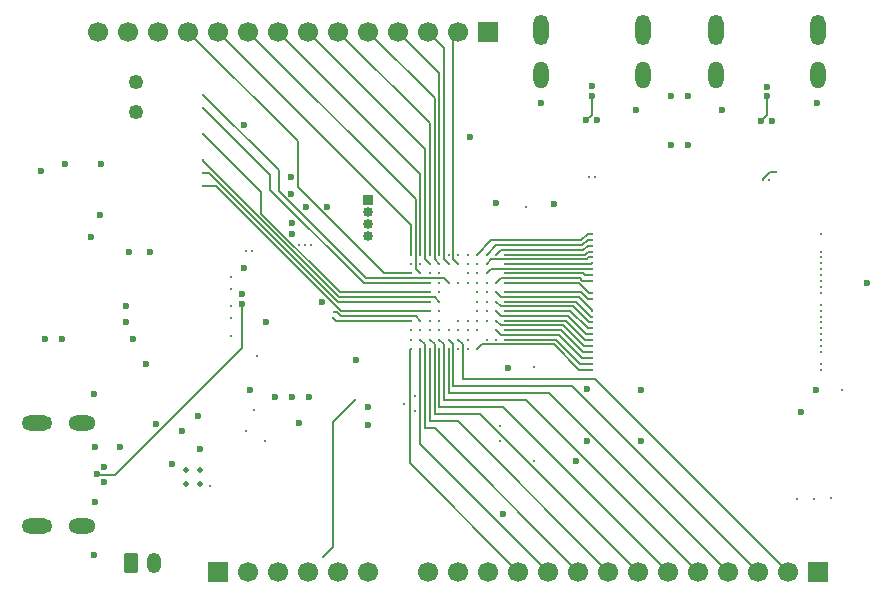
<source format=gbr>
%TF.GenerationSoftware,KiCad,Pcbnew,9.0.3*%
%TF.CreationDate,2025-10-10T02:39:33-04:00*%
%TF.ProjectId,sbc,7362632e-6b69-4636-9164-5f7063625858,rev?*%
%TF.SameCoordinates,Original*%
%TF.FileFunction,Copper,L3,Inr*%
%TF.FilePolarity,Positive*%
%FSLAX46Y46*%
G04 Gerber Fmt 4.6, Leading zero omitted, Abs format (unit mm)*
G04 Created by KiCad (PCBNEW 9.0.3) date 2025-10-10 02:39:33*
%MOMM*%
%LPD*%
G01*
G04 APERTURE LIST*
G04 Aperture macros list*
%AMRoundRect*
0 Rectangle with rounded corners*
0 $1 Rounding radius*
0 $2 $3 $4 $5 $6 $7 $8 $9 X,Y pos of 4 corners*
0 Add a 4 corners polygon primitive as box body*
4,1,4,$2,$3,$4,$5,$6,$7,$8,$9,$2,$3,0*
0 Add four circle primitives for the rounded corners*
1,1,$1+$1,$2,$3*
1,1,$1+$1,$4,$5*
1,1,$1+$1,$6,$7*
1,1,$1+$1,$8,$9*
0 Add four rect primitives between the rounded corners*
20,1,$1+$1,$2,$3,$4,$5,0*
20,1,$1+$1,$4,$5,$6,$7,0*
20,1,$1+$1,$6,$7,$8,$9,0*
20,1,$1+$1,$8,$9,$2,$3,0*%
G04 Aperture macros list end*
%TA.AperFunction,HeatsinkPad*%
%ADD10O,2.300000X1.300000*%
%TD*%
%TA.AperFunction,HeatsinkPad*%
%ADD11O,2.600000X1.300000*%
%TD*%
%TA.AperFunction,ComponentPad*%
%ADD12RoundRect,0.250000X-0.350000X-0.625000X0.350000X-0.625000X0.350000X0.625000X-0.350000X0.625000X0*%
%TD*%
%TA.AperFunction,ComponentPad*%
%ADD13O,1.200000X1.750000*%
%TD*%
%TA.AperFunction,HeatsinkPad*%
%ADD14O,1.300000X2.300000*%
%TD*%
%TA.AperFunction,HeatsinkPad*%
%ADD15O,1.300000X2.600000*%
%TD*%
%TA.AperFunction,ComponentPad*%
%ADD16R,1.700000X1.700000*%
%TD*%
%TA.AperFunction,ComponentPad*%
%ADD17C,1.700000*%
%TD*%
%TA.AperFunction,HeatsinkPad*%
%ADD18C,0.500000*%
%TD*%
%TA.AperFunction,ComponentPad*%
%ADD19R,0.850000X0.850000*%
%TD*%
%TA.AperFunction,ComponentPad*%
%ADD20C,0.850000*%
%TD*%
%TA.AperFunction,ViaPad*%
%ADD21C,0.600000*%
%TD*%
%TA.AperFunction,ViaPad*%
%ADD22C,0.300000*%
%TD*%
%TA.AperFunction,ViaPad*%
%ADD23C,1.250000*%
%TD*%
%TA.AperFunction,Conductor*%
%ADD24C,0.150000*%
%TD*%
%TA.AperFunction,Conductor*%
%ADD25C,0.200000*%
%TD*%
G04 APERTURE END LIST*
D10*
%TO.N,Net-(J6-SHIELD)*%
%TO.C,J6*%
X107827500Y-111905000D03*
D11*
X104002500Y-111905000D03*
D10*
X107827500Y-120545000D03*
D11*
X104002500Y-120545000D03*
%TD*%
D12*
%TO.N,V_BAT*%
%TO.C,J3*%
X111970000Y-123710000D03*
D13*
%TO.N,GND*%
X113970000Y-123710000D03*
%TD*%
D14*
%TO.N,GND*%
%TO.C,J1*%
X170140000Y-82385000D03*
D15*
X170140000Y-78560000D03*
D14*
X161500000Y-82385000D03*
D15*
X161500000Y-78560000D03*
%TD*%
D14*
%TO.N,GND*%
%TO.C,J7*%
X155320000Y-82385000D03*
D15*
X155320000Y-78560000D03*
D14*
X146680000Y-82385000D03*
D15*
X146680000Y-78560000D03*
%TD*%
D16*
%TO.N,/FPGA + SRAM/FPGA/SPI_CNFG_CS*%
%TO.C,J4*%
X119380000Y-124460000D03*
D17*
%TO.N,/FPGA + SRAM/FPGA/SPI_CNFG_SCK*%
X121920000Y-124460000D03*
%TO.N,/FPGA + SRAM/FPGA/SPI_CNFG_DI*%
X124460000Y-124460000D03*
%TO.N,/FPGA + SRAM/FPGA/SPI_CNFG_DO*%
X127000000Y-124460000D03*
%TO.N,P3V3*%
X129540000Y-124460000D03*
%TO.N,GND*%
X132080000Y-124460000D03*
%TD*%
D18*
%TO.N,GND*%
%TO.C,U9*%
X116647500Y-117030000D03*
X117827500Y-117030000D03*
X116647500Y-115850000D03*
X117827500Y-115850000D03*
%TD*%
D16*
%TO.N,GND*%
%TO.C,J8*%
X170180000Y-124460000D03*
D17*
%TO.N,/FPGA + SRAM/IO_B1*%
X167640000Y-124460000D03*
%TO.N,/FPGA + SRAM/IO_B2*%
X165100000Y-124460000D03*
%TO.N,/FPGA + SRAM/IO_B3*%
X162560000Y-124460000D03*
%TO.N,/FPGA + SRAM/IO_B4*%
X160020000Y-124460000D03*
%TO.N,/FPGA + SRAM/IO_B5*%
X157480000Y-124460000D03*
%TO.N,/FPGA + SRAM/IO_B6*%
X154940000Y-124460000D03*
%TO.N,/FPGA + SRAM/IO_B7*%
X152400000Y-124460000D03*
%TO.N,/FPGA + SRAM/IO_B8*%
X149860000Y-124460000D03*
%TO.N,/FPGA + SRAM/IO_B9*%
X147320000Y-124460000D03*
%TO.N,/FPGA + SRAM/IO_B10*%
X144780000Y-124460000D03*
%TO.N,GND*%
X142240000Y-124460000D03*
%TO.N,P3V3*%
X139700000Y-124460000D03*
%TO.N,V_BAT*%
X137160000Y-124460000D03*
%TD*%
D16*
%TO.N,GND*%
%TO.C,J5*%
X142240000Y-78740000D03*
D17*
%TO.N,/FPGA + SRAM/IO_T1*%
X139700000Y-78740000D03*
%TO.N,/FPGA + SRAM/IO_T2*%
X137160000Y-78740000D03*
%TO.N,/FPGA + SRAM/IO_T3*%
X134620000Y-78740000D03*
%TO.N,/FPGA + SRAM/IO_T4*%
X132080000Y-78740000D03*
%TO.N,/FPGA + SRAM/IO_T5*%
X129540000Y-78740000D03*
%TO.N,/FPGA + SRAM/IO_T6*%
X127000000Y-78740000D03*
%TO.N,/FPGA + SRAM/IO_T7*%
X124460000Y-78740000D03*
%TO.N,/FPGA + SRAM/IO_T8*%
X121920000Y-78740000D03*
%TO.N,/FPGA + SRAM/IO_T9*%
X119380000Y-78740000D03*
%TO.N,/FPGA + SRAM/IO_T10*%
X116840000Y-78740000D03*
%TO.N,USB_VBUS2*%
X114300000Y-78740000D03*
%TO.N,EN*%
X111760000Y-78740000D03*
%TO.N,USB_VBUS*%
X109220000Y-78740000D03*
%TD*%
D19*
%TO.N,EXT_PLL2P*%
%TO.C,J9*%
X132080000Y-93000000D03*
D20*
%TO.N,EXT_PLL2N*%
X132080000Y-94000000D03*
%TO.N,EXT_PLL1P*%
X132080000Y-95000000D03*
%TO.N,EXT_PLL1N*%
X132080000Y-96000000D03*
%TD*%
D21*
%TO.N,GND*%
X114079997Y-111940000D03*
X121560000Y-98760000D03*
D22*
X120500000Y-103000000D03*
D21*
X155150000Y-113400000D03*
X159150000Y-84170000D03*
X150640000Y-109010000D03*
X157700000Y-84170000D03*
X155200000Y-109040000D03*
X159130000Y-88350000D03*
X150640000Y-113390000D03*
X123441331Y-103283871D03*
X108900000Y-109400000D03*
X157680000Y-88340000D03*
X108828091Y-123041263D03*
X121550000Y-86630000D03*
X147813171Y-93290187D03*
X140690000Y-87650000D03*
X142880000Y-93280000D03*
%TO.N,V_SYS*%
X109400437Y-94291884D03*
X117690000Y-111313769D03*
X109416600Y-89957400D03*
X117796100Y-114069354D03*
X106416600Y-89957400D03*
X104690000Y-104740000D03*
X108600000Y-96100000D03*
X104370000Y-90510000D03*
X106160000Y-104750000D03*
X116332753Y-112564539D03*
D22*
X118700000Y-117200000D03*
%TO.N,/FPGA + SRAM/IO_T5*%
X137300000Y-97600000D03*
%TO.N,/FPGA + SRAM/IO_B3*%
X138900000Y-105600000D03*
%TO.N,/FPGA + SRAM/SD_DAT0*%
X137300000Y-100000000D03*
X118120000Y-85200000D03*
%TO.N,/FPGA + SRAM/LED_B*%
X135700000Y-104800000D03*
X171280000Y-118250000D03*
%TO.N,/FPGA + SRAM/SD_CLK*%
X137300000Y-100800000D03*
X118120000Y-87400000D03*
%TO.N,/FPGA + SRAM/FIFO_RD_B*%
X138900000Y-104000000D03*
X126700000Y-96800000D03*
%TO.N,/FPGA + SRAM/SD_DAT1*%
X138900000Y-100000000D03*
X118120000Y-84100000D03*
%TO.N,/FPGA + SRAM/FPGA/DQ11*%
X170387500Y-101850000D03*
X142100000Y-100800000D03*
%TO.N,/FPGA + SRAM/FIFO_TXE_B*%
X127200000Y-96800000D03*
X137300000Y-103200000D03*
%TO.N,/FPGA + SRAM/FPGA/SRAM_LB_B*%
X151012500Y-102850000D03*
X143700000Y-101600000D03*
%TO.N,/FPGA + SRAM/IO_T1*%
X139700000Y-98400000D03*
%TO.N,/FPGA + SRAM/FPGA/SRAM_CE_B*%
X170387500Y-106850000D03*
X140500000Y-104800000D03*
%TO.N,/FPGA + SRAM/FPGA/A10*%
X143700000Y-98400000D03*
X151012500Y-98350000D03*
%TO.N,/FPGA + SRAM/IO_B6*%
X137300000Y-104800000D03*
%TO.N,/FPGA + SRAM/SD_DAT3*%
X137300000Y-101600000D03*
X118120000Y-90700000D03*
%TO.N,/FPGA + SRAM/FPGA/A3*%
X151012500Y-106350000D03*
X142900000Y-104000000D03*
%TO.N,/FPGA + SRAM/IO_T9*%
X135700000Y-97600000D03*
%TO.N,/FPGA + SRAM/IO_B5*%
X138100000Y-105600000D03*
%TO.N,/FPGA + SRAM/FPGA/DQ14*%
X140500000Y-98400000D03*
X170387500Y-98350000D03*
%TO.N,/FPGA + SRAM/FPGA/A14*%
X142100000Y-97600000D03*
X151012500Y-96350000D03*
%TO.N,/FPGA + SRAM/FPGA/DQ7*%
X140500000Y-97600000D03*
X170387500Y-97850000D03*
%TO.N,/FPGA + SRAM/FPGA/A13*%
X151012500Y-96850000D03*
X142900000Y-97600000D03*
%TO.N,/FPGA + SRAM/FPGA/DQ3*%
X170387500Y-102350000D03*
X141300000Y-100800000D03*
%TO.N,/FPGA + SRAM/FPGA/DQ15*%
X139700000Y-97600000D03*
X170387500Y-97350000D03*
%TO.N,/FPGA + SRAM/FPGA/SPI_CNFG_SCK*%
X121701000Y-112501000D03*
X143200000Y-112100000D03*
%TO.N,EXT_PLL1N*%
X139700000Y-105600000D03*
%TO.N,/FPGA + SRAM/FPGA/SRAM_CE2*%
X143700000Y-100800000D03*
X151012500Y-101350000D03*
%TO.N,/FPGA + SRAM/FPGA/SPI_CNFG_DI*%
X143200000Y-113370000D03*
X123300000Y-113400000D03*
%TO.N,/FPGA + SRAM/FPGA/DQ9*%
X170387500Y-103850000D03*
X141300000Y-102400000D03*
%TO.N,/FPGA + SRAM/IO_B1*%
X139700000Y-104800000D03*
%TO.N,/FPGA + SRAM/FPGA/SPI_CNFG_CS*%
X142900000Y-104800000D03*
X136025000Y-109560000D03*
%TO.N,/FPGA + SRAM/FPGA/A16*%
X138900000Y-97600000D03*
X170387500Y-95850000D03*
%TO.N,/FPGA + SRAM/USB3_DP*%
X137300000Y-99200000D03*
X166640000Y-90634200D03*
X165495000Y-91260000D03*
%TO.N,/FPGA + SRAM/FPGA/A0*%
X140500000Y-105600000D03*
X170387500Y-107350000D03*
%TO.N,P1V2*%
X138100000Y-103200000D03*
X141300000Y-103200000D03*
D21*
X113601868Y-97358040D03*
D22*
X138100000Y-100000000D03*
X141300000Y-100000000D03*
D21*
X111850000Y-97360000D03*
D22*
%TO.N,/FPGA + SRAM/FPGA/A1*%
X141300000Y-105600000D03*
X151012500Y-107350000D03*
%TO.N,/FPGA + SRAM/IO_T3*%
X138100000Y-97600000D03*
%TO.N,/FPGA + SRAM/USB3_DN*%
X138100000Y-99200000D03*
X166045000Y-91260000D03*
%TO.N,/FPGA + SRAM/LED_R*%
X136500000Y-104000000D03*
X169820000Y-118260000D03*
%TO.N,/FPGA + SRAM/FPGA/DQ6*%
X170387500Y-98850000D03*
X141300000Y-98400000D03*
%TO.N,/FPGA + SRAM/IO_T8*%
X136500000Y-99200000D03*
%TO.N,/FPGA + SRAM/FPGA/A11*%
X151012500Y-97850000D03*
X142100000Y-98400000D03*
%TO.N,/SD MMC/SD_CMD*%
X138100000Y-101600000D03*
X118120000Y-89600000D03*
%TO.N,/FPGA + SRAM/FIFO0*%
X135700000Y-103200000D03*
X129137363Y-102998549D03*
%TO.N,/FPGA + SRAM/FPGA/DQ2*%
X142100000Y-102400000D03*
X170387500Y-103350000D03*
%TO.N,/FPGA + SRAM/FPGA/A12*%
X151012500Y-97350000D03*
X143700000Y-97600000D03*
D21*
%TO.N,USB_VBUS*%
X108944490Y-118575000D03*
X108966000Y-113875000D03*
X111030532Y-113909267D03*
X115477983Y-115303221D03*
D22*
%TO.N,/FPGA + SRAM/FPGA/A17*%
X143700000Y-102400000D03*
X151012500Y-103850000D03*
%TO.N,/FPGA + SRAM/FPGA/DQ5*%
X170387500Y-99850000D03*
X141300000Y-99200000D03*
%TO.N,/FPGA + SRAM/FPGA/A15*%
X151012500Y-95850000D03*
X141300000Y-97600000D03*
%TO.N,/FPGA + SRAM/FPGA/SRAM_UB_B*%
X151012500Y-102350000D03*
X142900000Y-100800000D03*
%TO.N,/FPGA + SRAM/IO_B4*%
X138100000Y-104800000D03*
%TO.N,/FPGA + SRAM/FPGA/A7*%
X142900000Y-102400000D03*
X151012500Y-104350000D03*
%TO.N,/FPGA + SRAM/IO_B8*%
X136500000Y-104800000D03*
D21*
%TO.N,P3V3*%
X131054636Y-106531013D03*
D22*
X138100000Y-102400000D03*
D21*
X149650000Y-115120000D03*
X124171159Y-109695795D03*
X113295500Y-106900000D03*
X112190000Y-104740000D03*
X125547678Y-91021303D03*
X128193413Y-101606587D03*
X174320000Y-100030000D03*
X122091162Y-109098405D03*
X126800000Y-93545219D03*
X132073916Y-110537824D03*
X128600000Y-93536958D03*
X168760000Y-110960000D03*
D22*
X141300000Y-101600000D03*
D21*
X143510000Y-119580000D03*
D22*
X139700000Y-100000000D03*
D21*
X111536525Y-101999133D03*
D22*
X139700000Y-103200000D03*
D21*
X143922983Y-107222885D03*
X132070000Y-112000000D03*
D22*
X122700000Y-106200000D03*
D21*
X125548907Y-92477174D03*
X170020000Y-109030000D03*
X125629130Y-109700650D03*
X127090000Y-109700000D03*
D22*
X138100000Y-100800000D03*
D21*
X111540000Y-103310000D03*
D22*
%TO.N,/FPGA + SRAM/CDONE*%
X146140521Y-107100000D03*
X146140521Y-115059479D03*
%TO.N,EXT_PLL1P*%
X139700000Y-104000000D03*
%TO.N,/FPGA + SRAM/SD_DAT2*%
X137300000Y-102400000D03*
X118120000Y-91800000D03*
%TO.N,/FPGA + SRAM/FPGA/DQ1*%
X142100000Y-103200000D03*
X170387500Y-104350000D03*
%TO.N,/FPGA + SRAM/FPGA/DQ13*%
X170387500Y-99350000D03*
X140500000Y-99200000D03*
%TO.N,/FPGA + SRAM/FPGA/DQ10*%
X170387500Y-102850000D03*
X142100000Y-101600000D03*
%TO.N,/FPGA + SRAM/FPGA/DQ4*%
X170387500Y-100850000D03*
X142100000Y-100000000D03*
%TO.N,/FPGA + SRAM/FPGA/SRAM_OE_B*%
X140500000Y-104000000D03*
X170387500Y-105850000D03*
%TO.N,/FPGA + SRAM/FIFO1*%
X136500000Y-103200000D03*
X129150000Y-102500000D03*
%TO.N,/FPGA + SRAM/FPGA/A18*%
X151012500Y-103350000D03*
X142900000Y-101600000D03*
%TO.N,/FPGA + SRAM/FPGA/A4*%
X143700000Y-104000000D03*
X151012500Y-105850000D03*
%TO.N,/FPGA + SRAM/LED_G*%
X137300000Y-104000000D03*
X168360000Y-118260000D03*
%TO.N,/FPGA + SRAM/IO_T7*%
X136500000Y-97600000D03*
%TO.N,/FPGA + SRAM/FPGA/A2*%
X151012500Y-106850000D03*
X143700000Y-104800000D03*
%TO.N,/FPGA + SRAM/IO_T6*%
X137300000Y-98400000D03*
%TO.N,/FPGA + SRAM/FPGA/A9*%
X151012500Y-98850000D03*
X142100000Y-99200000D03*
%TO.N,/FPGA + SRAM/FPGA/DQ12*%
X140500000Y-100000000D03*
X170387500Y-100350000D03*
%TO.N,P2V5*%
X145400000Y-93600000D03*
D21*
X126198000Y-111901000D03*
D22*
%TO.N,/FPGA + SRAM/IO_T10*%
X135700000Y-99200000D03*
%TO.N,/FPGA + SRAM/IO_B10*%
X135700000Y-105600000D03*
%TO.N,/FPGA + SRAM/FPGA/DQ8*%
X170387500Y-104850000D03*
X140500000Y-103200000D03*
%TO.N,/FPGA + SRAM/USB2_DP*%
X136500000Y-98400000D03*
X151280877Y-91018809D03*
%TO.N,/FPGA + SRAM/IO_B7*%
X137300000Y-105600000D03*
%TO.N,/FPGA + SRAM/FPGA/SPI_CNFG_DO*%
X135150000Y-110250000D03*
X142100000Y-104800000D03*
X136025000Y-110830000D03*
X131000000Y-109900000D03*
X122400000Y-110800000D03*
X128265000Y-123195000D03*
%TO.N,/FPGA + SRAM/FPGA/SRAM_WE_B*%
X151012500Y-100850000D03*
X143700000Y-100000000D03*
%TO.N,/FPGA + SRAM/FPGA/DQ0*%
X170387500Y-105350000D03*
X141300000Y-104000000D03*
%TO.N,/FPGA + SRAM/IO_T2*%
X138900000Y-98400000D03*
%TO.N,/FPGA + SRAM/IO_B2*%
X138900000Y-104800000D03*
%TO.N,/FPGA + SRAM/FPGA/A19*%
X151012500Y-99850000D03*
X142900000Y-100000000D03*
%TO.N,/FPGA + SRAM/FPGA/A8*%
X151012500Y-99350000D03*
X143700000Y-99200000D03*
%TO.N,/FPGA + SRAM/USB2_DN*%
X135700000Y-98400000D03*
X150730877Y-91018809D03*
%TO.N,/FPGA + SRAM/FPGA/A6*%
X151012500Y-104850000D03*
X143700000Y-103200000D03*
%TO.N,/FPGA + SRAM/IO_T4*%
X138100000Y-98400000D03*
%TO.N,/FPGA + SRAM/FPGA/A5*%
X142900000Y-103200000D03*
X151012500Y-105350000D03*
%TO.N,/FPGA + SRAM/USR_BTN1*%
X172210000Y-109030000D03*
X138100000Y-104000000D03*
%TO.N,/FPGA + SRAM/FIFO_WR_B*%
X135700000Y-104000000D03*
X126200000Y-96800000D03*
%TO.N,/FPGA + SRAM/IO_B9*%
X136500000Y-105600000D03*
D21*
%TO.N,Net-(U7-CS)*%
X125602622Y-94916128D03*
D22*
X121700000Y-97300000D03*
%TO.N,Net-(U7-CLK)*%
X122200000Y-97300000D03*
D21*
X125610283Y-95866132D03*
D22*
%TO.N,Net-(U8-REF)*%
X120500000Y-100500000D03*
%TO.N,Net-(U8-~{RESET})*%
X120500000Y-104500000D03*
D21*
%TO.N,/USB/D1+*%
X121377831Y-101778211D03*
X109094000Y-116206000D03*
%TO.N,/USB/D1-*%
X121359783Y-100978412D03*
X109728000Y-116840000D03*
X109728000Y-115570000D03*
D22*
%TO.N,Net-(U8-VPLL)*%
X120500000Y-102000000D03*
%TO.N,Net-(U8-VPHY)*%
X120500000Y-99500000D03*
D21*
%TO.N,/USB/D3+*%
X165814233Y-83374878D03*
X166259775Y-86279503D03*
%TO.N,/USB/D3-*%
X165300225Y-86279503D03*
X165820522Y-84174856D03*
D23*
%TO.N,USB_VBUS2*%
X112410000Y-85540000D03*
D21*
X162070000Y-85400000D03*
X146720000Y-84760000D03*
X170070000Y-84770000D03*
D23*
X112420000Y-82980000D03*
D21*
X154750000Y-85390000D03*
%TO.N,/USB/D2-*%
X151013101Y-84164956D03*
X150520225Y-86249503D03*
%TO.N,/USB/D2+*%
X151480000Y-86240000D03*
X150991528Y-83365244D03*
%TD*%
D24*
%TO.N,/FPGA + SRAM/IO_T5*%
X137300000Y-97600000D02*
X137300000Y-86500000D01*
X137300000Y-86500000D02*
X129540000Y-78740000D01*
%TO.N,/FPGA + SRAM/IO_B3*%
X138900000Y-109300000D02*
X147400000Y-109300000D01*
X147400000Y-109300000D02*
X162560000Y-124460000D01*
X138900000Y-105600000D02*
X138900000Y-109300000D01*
%TO.N,/FPGA + SRAM/SD_DAT0*%
X137300000Y-100000000D02*
X131700000Y-100000000D01*
X131700000Y-100000000D02*
X123800000Y-92100000D01*
X123800000Y-90880000D02*
X118120000Y-85200000D01*
X123800000Y-92100000D02*
X123800000Y-90880000D01*
%TO.N,/FPGA + SRAM/SD_CLK*%
X129667288Y-100800000D02*
X123000000Y-94132712D01*
X137300000Y-100800000D02*
X129667288Y-100800000D01*
X123000000Y-94132712D02*
X123000000Y-92280000D01*
X123000000Y-92280000D02*
X118120000Y-87400000D01*
%TO.N,/FPGA + SRAM/SD_DAT1*%
X131900000Y-99600000D02*
X124500000Y-92200000D01*
X138900000Y-100000000D02*
X138500000Y-99600000D01*
X124500000Y-90480000D02*
X118120000Y-84100000D01*
X138500000Y-99600000D02*
X131900000Y-99600000D01*
X124500000Y-92200000D02*
X124500000Y-90480000D01*
%TO.N,/FPGA + SRAM/FPGA/SRAM_LB_B*%
X149695400Y-101600000D02*
X150945400Y-102850000D01*
X150945400Y-102850000D02*
X151012500Y-102850000D01*
X143700000Y-101600000D02*
X149695400Y-101600000D01*
%TO.N,/FPGA + SRAM/IO_T1*%
X139300000Y-79140000D02*
X139700000Y-78740000D01*
X139700000Y-98400000D02*
X139300000Y-98000000D01*
X139300000Y-98000000D02*
X139300000Y-79140000D01*
D25*
%TO.N,/FPGA + SRAM/FPGA/A10*%
X150962500Y-98400000D02*
X151012500Y-98350000D01*
D24*
X143700000Y-98400000D02*
X150962500Y-98400000D01*
%TO.N,/FPGA + SRAM/IO_B6*%
X137700000Y-105200000D02*
X137700000Y-111100000D01*
X137300000Y-104800000D02*
X137700000Y-105200000D01*
X141580000Y-111100000D02*
X154940000Y-124460000D01*
X137700000Y-111100000D02*
X141580000Y-111100000D01*
%TO.N,/FPGA + SRAM/SD_DAT3*%
X137300000Y-101600000D02*
X129496583Y-101600000D01*
X118596583Y-90700000D02*
X118120000Y-90700000D01*
X129496583Y-101600000D02*
X118596583Y-90700000D01*
%TO.N,/FPGA + SRAM/FPGA/A3*%
X150150000Y-106350000D02*
X151012500Y-106350000D01*
X142900000Y-104000000D02*
X143300000Y-104400000D01*
X148200000Y-104400000D02*
X150150000Y-106350000D01*
X143300000Y-104400000D02*
X148200000Y-104400000D01*
%TO.N,/FPGA + SRAM/IO_T9*%
X135700000Y-97600000D02*
X135700000Y-95060000D01*
X135700000Y-95060000D02*
X119380000Y-78740000D01*
%TO.N,/FPGA + SRAM/IO_B5*%
X143520000Y-110500000D02*
X157480000Y-124460000D01*
X138100000Y-110500000D02*
X143520000Y-110500000D01*
X138100000Y-105600000D02*
X138100000Y-110500000D01*
%TO.N,/FPGA + SRAM/FPGA/A14*%
X150200000Y-96800000D02*
X150650000Y-96350000D01*
X150650000Y-96350000D02*
X151012500Y-96350000D01*
X142900000Y-96800000D02*
X150200000Y-96800000D01*
X142100000Y-97600000D02*
X142900000Y-96800000D01*
%TO.N,/FPGA + SRAM/FPGA/A13*%
X143866100Y-97199000D02*
X143867100Y-97200000D01*
X143867100Y-97200000D02*
X150300000Y-97200000D01*
X150300000Y-97200000D02*
X150650000Y-96850000D01*
X150650000Y-96850000D02*
X151012500Y-96850000D01*
X142900000Y-97600000D02*
X143300000Y-97200000D01*
X143532900Y-97200000D02*
X143533900Y-97199000D01*
X143533900Y-97199000D02*
X143866100Y-97199000D01*
X143300000Y-97200000D02*
X143532900Y-97200000D01*
%TO.N,/FPGA + SRAM/FPGA/SRAM_CE2*%
X143700000Y-100800000D02*
X150100000Y-100800000D01*
X150650000Y-101350000D02*
X151012500Y-101350000D01*
X150100000Y-100800000D02*
X150650000Y-101350000D01*
%TO.N,/FPGA + SRAM/IO_B1*%
X151300000Y-108100000D02*
X167640000Y-124440000D01*
X140100000Y-105200000D02*
X140100000Y-108100000D01*
X140100000Y-108100000D02*
X151300000Y-108100000D01*
X167640000Y-124440000D02*
X167640000Y-124460000D01*
X139700000Y-104800000D02*
X140100000Y-105200000D01*
%TO.N,/FPGA + SRAM/USB3_DP*%
X165495000Y-91242900D02*
X166103700Y-90634200D01*
X166103700Y-90634200D02*
X166640000Y-90634200D01*
%TO.N,/FPGA + SRAM/FPGA/A1*%
X147800000Y-105200000D02*
X149950000Y-107350000D01*
X149950000Y-107350000D02*
X151012500Y-107350000D01*
X141300000Y-105600000D02*
X141700000Y-105200000D01*
X141700000Y-105200000D02*
X147800000Y-105200000D01*
%TO.N,/FPGA + SRAM/IO_T3*%
X138100000Y-82220000D02*
X134620000Y-78740000D01*
X138100000Y-97600000D02*
X138100000Y-82220000D01*
%TO.N,/FPGA + SRAM/IO_T8*%
X136100000Y-98800000D02*
X136100000Y-92920000D01*
X136100000Y-92920000D02*
X121920000Y-78740000D01*
X136500000Y-99200000D02*
X136100000Y-98800000D01*
%TO.N,/FPGA + SRAM/FPGA/A11*%
X142100000Y-98400000D02*
X142500000Y-98000000D01*
X150563205Y-98000000D02*
X150713205Y-97850000D01*
X150713205Y-97850000D02*
X151012500Y-97850000D01*
X142500000Y-98000000D02*
X150563205Y-98000000D01*
%TO.N,/SD MMC/SD_CMD*%
X129600000Y-101200000D02*
X118120000Y-89720000D01*
X137700000Y-101200000D02*
X129600000Y-101200000D01*
X138100000Y-101600000D02*
X137700000Y-101200000D01*
X118120000Y-89720000D02*
X118120000Y-89600000D01*
%TO.N,/FPGA + SRAM/FIFO0*%
X129137363Y-103007363D02*
X129330000Y-103200000D01*
X129137363Y-102998549D02*
X129137363Y-103007363D01*
X129330000Y-103200000D02*
X135700000Y-103200000D01*
%TO.N,/FPGA + SRAM/FPGA/A12*%
X150650000Y-97350000D02*
X151012500Y-97350000D01*
X143700000Y-97600000D02*
X150400000Y-97600000D01*
X150400000Y-97600000D02*
X150650000Y-97350000D01*
%TO.N,/FPGA + SRAM/FPGA/A17*%
X149200000Y-102400000D02*
X150650000Y-103850000D01*
X150650000Y-103850000D02*
X151012500Y-103850000D01*
X143700000Y-102400000D02*
X149200000Y-102400000D01*
%TO.N,/FPGA + SRAM/FPGA/A15*%
X142500000Y-96400000D02*
X150100000Y-96400000D01*
X150100000Y-96400000D02*
X150650000Y-95850000D01*
X141300000Y-97600000D02*
X142500000Y-96400000D01*
X150650000Y-95850000D02*
X151012500Y-95850000D01*
%TO.N,/FPGA + SRAM/FPGA/SRAM_UB_B*%
X143301000Y-101201000D02*
X149901000Y-101201000D01*
X151012500Y-102312500D02*
X151012500Y-102350000D01*
X149901000Y-101201000D02*
X151012500Y-102312500D01*
X142900000Y-100800000D02*
X143301000Y-101201000D01*
%TO.N,/FPGA + SRAM/IO_B4*%
X138100000Y-104800000D02*
X138500000Y-105200000D01*
X138500000Y-109900000D02*
X145460000Y-109900000D01*
X138500000Y-105200000D02*
X138500000Y-109900000D01*
X145460000Y-109900000D02*
X160020000Y-124460000D01*
%TO.N,/FPGA + SRAM/FPGA/A7*%
X142900000Y-102400000D02*
X143300000Y-102800000D01*
X149000000Y-102800000D02*
X150550000Y-104350000D01*
X143300000Y-102800000D02*
X149000000Y-102800000D01*
X150550000Y-104350000D02*
X151012500Y-104350000D01*
%TO.N,/FPGA + SRAM/IO_B8*%
X136900000Y-105200000D02*
X136900000Y-112300000D01*
X137700000Y-112300000D02*
X149860000Y-124460000D01*
X136500000Y-104800000D02*
X136900000Y-105200000D01*
X136900000Y-112300000D02*
X137700000Y-112300000D01*
%TO.N,/FPGA + SRAM/SD_DAT2*%
X129800000Y-102400000D02*
X119200000Y-91800000D01*
X137300000Y-102400000D02*
X129800000Y-102400000D01*
X119200000Y-91800000D02*
X118120000Y-91800000D01*
%TO.N,/FPGA + SRAM/FIFO1*%
X136099000Y-102799000D02*
X129766100Y-102799000D01*
X129467100Y-102500000D02*
X129150000Y-102500000D01*
X136500000Y-103200000D02*
X136099000Y-102799000D01*
X129766100Y-102799000D02*
X129467100Y-102500000D01*
%TO.N,/FPGA + SRAM/FPGA/A18*%
X143300000Y-102000000D02*
X149440000Y-102000000D01*
X142900000Y-101600000D02*
X143300000Y-102000000D01*
X149440000Y-102000000D02*
X150790000Y-103350000D01*
X150790000Y-103350000D02*
X151012500Y-103350000D01*
%TO.N,/FPGA + SRAM/FPGA/A4*%
X143700000Y-104000000D02*
X148400000Y-104000000D01*
X150250000Y-105850000D02*
X151012500Y-105850000D01*
X148400000Y-104000000D02*
X150250000Y-105850000D01*
%TO.N,/FPGA + SRAM/IO_T7*%
X136500000Y-97600000D02*
X136500000Y-90780000D01*
X136500000Y-90780000D02*
X124460000Y-78740000D01*
%TO.N,/FPGA + SRAM/FPGA/A2*%
X143700000Y-104800000D02*
X148000000Y-104800000D01*
X148000000Y-104800000D02*
X150050000Y-106850000D01*
X150050000Y-106850000D02*
X151012500Y-106850000D01*
%TO.N,/FPGA + SRAM/IO_T6*%
X137300000Y-98400000D02*
X136900000Y-98000000D01*
X136900000Y-88640000D02*
X127000000Y-78740000D01*
X136900000Y-98000000D02*
X136900000Y-88640000D01*
%TO.N,/FPGA + SRAM/FPGA/A9*%
X142100000Y-99200000D02*
X142500000Y-98800000D01*
X150962500Y-98800000D02*
X151012500Y-98850000D01*
X142500000Y-98800000D02*
X150962500Y-98800000D01*
%TO.N,/FPGA + SRAM/IO_T10*%
X126100000Y-88000000D02*
X116840000Y-78740000D01*
X133414658Y-99200000D02*
X126100000Y-91885342D01*
X126100000Y-91885342D02*
X126100000Y-88000000D01*
X135700000Y-99200000D02*
X133414658Y-99200000D01*
%TO.N,/FPGA + SRAM/IO_B10*%
X135600000Y-115280000D02*
X144780000Y-124460000D01*
X135600000Y-105700000D02*
X135600000Y-115280000D01*
X135700000Y-105600000D02*
X135600000Y-105700000D01*
%TO.N,/FPGA + SRAM/IO_B7*%
X139640000Y-111700000D02*
X152400000Y-124460000D01*
X137300000Y-105600000D02*
X137300000Y-111700000D01*
X137300000Y-111700000D02*
X139640000Y-111700000D01*
D25*
%TO.N,/FPGA + SRAM/FPGA/SPI_CNFG_DO*%
X129100000Y-111800000D02*
X131000000Y-109900000D01*
X128265000Y-123195000D02*
X129100000Y-122360000D01*
X129100000Y-122360000D02*
X129100000Y-111800000D01*
D24*
%TO.N,/FPGA + SRAM/FPGA/SRAM_WE_B*%
X150790000Y-100850000D02*
X151012500Y-100850000D01*
X149950000Y-100010000D02*
X150790000Y-100850000D01*
X143700000Y-100000000D02*
X143710000Y-100010000D01*
X143710000Y-100010000D02*
X149950000Y-100010000D01*
%TO.N,/FPGA + SRAM/IO_T2*%
X138900000Y-98400000D02*
X138500000Y-98000000D01*
X138500000Y-98000000D02*
X138500000Y-80080000D01*
X138500000Y-80080000D02*
X137160000Y-78740000D01*
%TO.N,/FPGA + SRAM/IO_B2*%
X139300000Y-105200000D02*
X139300000Y-108700000D01*
X138900000Y-104800000D02*
X139300000Y-105200000D01*
X149340000Y-108700000D02*
X165100000Y-124460000D01*
X139300000Y-108700000D02*
X149340000Y-108700000D01*
%TO.N,/FPGA + SRAM/FPGA/A19*%
X149970000Y-99600000D02*
X150220000Y-99850000D01*
X150220000Y-99850000D02*
X151012500Y-99850000D01*
X143300000Y-99600000D02*
X149970000Y-99600000D01*
X142900000Y-100000000D02*
X143300000Y-99600000D01*
%TO.N,/FPGA + SRAM/FPGA/A8*%
X143700000Y-99200000D02*
X150300000Y-99200000D01*
X150300000Y-99200000D02*
X150450000Y-99350000D01*
X150450000Y-99350000D02*
X151012500Y-99350000D01*
%TO.N,/FPGA + SRAM/FPGA/A6*%
X143700000Y-103200000D02*
X148800000Y-103200000D01*
X148800000Y-103200000D02*
X150450000Y-104850000D01*
X150450000Y-104850000D02*
X151012500Y-104850000D01*
%TO.N,/FPGA + SRAM/IO_T4*%
X138100000Y-98400000D02*
X137700000Y-98000000D01*
X137700000Y-84360000D02*
X132080000Y-78740000D01*
X137700000Y-98000000D02*
X137700000Y-84360000D01*
%TO.N,/FPGA + SRAM/FPGA/A5*%
X142900000Y-103200000D02*
X143300000Y-103600000D01*
X150350000Y-105350000D02*
X151012500Y-105350000D01*
X143300000Y-103600000D02*
X148600000Y-103600000D01*
X148600000Y-103600000D02*
X150350000Y-105350000D01*
%TO.N,/FPGA + SRAM/IO_B9*%
X136500000Y-113640000D02*
X147320000Y-124460000D01*
X136500000Y-105600000D02*
X136500000Y-113640000D01*
D25*
%TO.N,/USB/D1+*%
X109093000Y-116230400D02*
X110642400Y-116230400D01*
X121377831Y-105494969D02*
X121377831Y-101778211D01*
X110642400Y-116230400D02*
X121377831Y-105494969D01*
X109094000Y-116206000D02*
X109118400Y-116230400D01*
%TO.N,/USB/D3-*%
X165820522Y-85759206D02*
X165300225Y-86279503D01*
X165820522Y-84174856D02*
X165820522Y-85759206D01*
%TO.N,/USB/D2-*%
X151013101Y-85756627D02*
X150520225Y-86249503D01*
X151013101Y-84164956D02*
X151013101Y-85756627D01*
%TD*%
M02*

</source>
